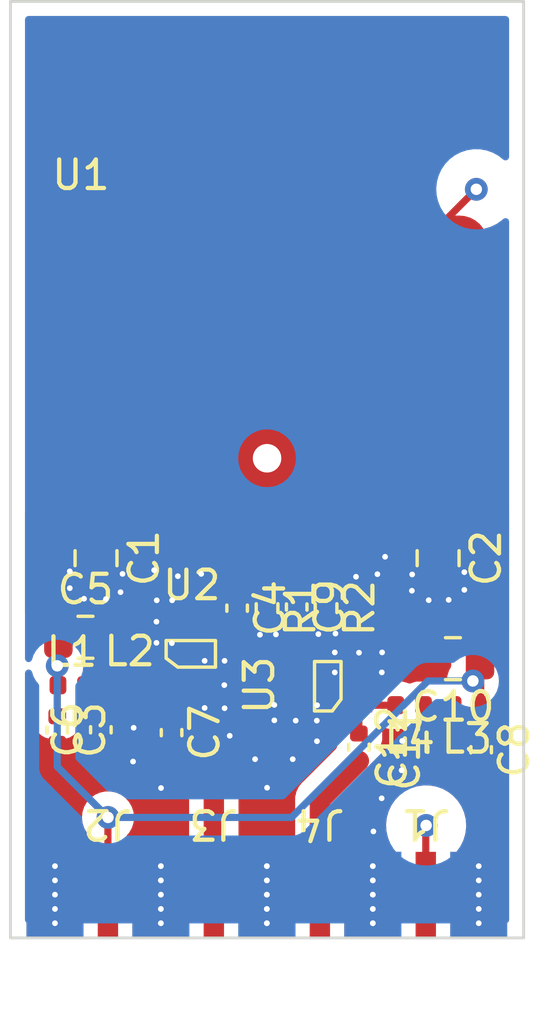
<source format=kicad_pcb>
(kicad_pcb (version 20211014) (generator pcbnew)
  (layers (0 "F.Cu" signal) (1 "In1.Cu" signal) (2 "In2.Cu" signal) (31 "B.Cu" signal) (34 "B.Paste" user) (35 "F.Paste" user) (36 "B.SilkS" user "B.Silkscreen") (37 "F.SilkS" user "F.Silkscreen") (38 "B.Mask" user) (39 "F.Mask" user) (44 "Edge.Cuts" user))
  (net 0 "")
  (net 1 "/Channel_2/In")
  (net 2 "Net-(C4-Pad2)")
  (net 3 "/Channel_1/3-5V")
  (net 4 "GND")
  (net 5 "Net-(C6-Pad2)")
  (net 6 "/Channel_2/Out")
  (net 7 "Net-(C12-Pad1)")
  (net 8 "/Channel_1/Out")
  (net 9 "/Channel_1/In")
  (net 10 "Net-(C7-Pad1)")
  (net 11 "Net-(C9-Pad2)")
  (net 12 "Net-(C11-Pad2)")
  (net 13 "/HV")
  (footprint "Capacitor_SMD:C_0805_2012Metric" (layer "F.Cu") (at -6.37 6.27)
    (fp_text reference "C5" (at 0 -1.68) (layer "F.SilkS"))
    (fp_text value "100n")
    (fp_line (start -0.261252 0.735) (end 0.261252 0.735) (layer "F.SilkS") (width 0.12))
    (fp_line (start -0.261252 -0.735) (end 0.261252 -0.735) (layer "F.SilkS") (width 0.12))
    (pad "1" smd roundrect (at -0.95 0) (size 1 1.45) (layers "F.Cu" "F.Paste" "F.Mask") (net 3 "/Channel_1/3-5V"))
    (pad "2" smd roundrect (at 0.95 0) (size 1 1.45) (layers "F.Cu" "F.Paste" "F.Mask") (net 4 "GND"))
  )
  (footprint "Capacitor_SMD:C_0402_1005Metric" (layer "F.Cu") (at -7.36 9.52 -90)
    (fp_text reference "C3" (at 0 -1.16 90) (layer "F.SilkS"))
    (fp_text value "100p")
    (fp_line (start -0.107836 0.36) (end 0.107836 0.36) (layer "F.SilkS") (width 0.12))
    (fp_line (start -0.107836 -0.36) (end 0.107836 -0.36) (layer "F.SilkS") (width 0.12))
    (pad "1" smd roundrect (at -0.48 0 270) (size 0.56 0.62) (layers "F.Cu" "F.Paste" "F.Mask") (net 3 "/Channel_1/3-5V"))
    (pad "2" smd roundrect (at 0.48 0 270) (size 0.56 0.62) (layers "F.Cu" "F.Paste" "F.Mask") (net 4 "GND"))
  )
  (footprint "chubut:MMM1362" (layer "F.Cu") (at 3.215 8.65 90)
    (fp_text reference "U3" (at 0.7 -3.49 90 unlocked) (layer "F.SilkS"))
    (fp_text value "PSA4-5043+")
    (fp_line (start 1.53 -1.55) (end 1.53 -0.62) (layer "F.SilkS") (width 0.12))
    (fp_line (start -0.2 -1.55) (end 1.53 -1.55) (layer "F.SilkS") (width 0.12))
    (fp_line (start 0.21 -0.62) (end -0.2 -0.93) (layer "F.SilkS") (width 0.12))
    (fp_line (start -0.2 -0.93) (end -0.2 -1.55) (layer "F.SilkS") (width 0.12))
    (fp_line (start 1.53 -0.62) (end 0.21 -0.62) (layer "F.SilkS") (width 0.12))
    (pad "1" smd rect (at 0 0 90) (size 0.5 0.95) (layers "F.Cu" "F.Paste" "F.Mask") (net 7 "Net-(C12-Pad1)"))
    (pad "2" thru_hole circle (at -0.53 -2.96 90) (size 0.45 0.45) (drill 0.2) (layers *.Cu) (net 4 "GND"))
    (pad "2" thru_hole circle (at 0.01 -2.96 90) (size 0.45 0.45) (drill 0.2) (layers *.Cu) (net 4 "GND"))
    (pad "2" thru_hole circle (at 1.84 0.01 90) (size 0.45 0.45) (drill 0.2) (layers *.Cu) (net 4 "GND"))
    (pad "2" thru_hole circle (at 1.85 0.82 90) (size 0.45 0.45) (drill 0.2) (layers *.Cu) (net 4 "GND"))
    (pad "2" thru_hole circle (at 1.85 -0.84 90) (size 0.45 0.45) (drill 0.2) (layers *.Cu) (net 4 "GND"))
    (pad "2" thru_hole circle (at -0.54 -2.21 90) (size 0.45 0.45) (drill 0.2) (layers *.Cu) (net 4 "GND"))
    (pad "2" thru_hole circle (at 0 -1.46 90) (size 0.45 0.45) (drill 0.2) (layers *.Cu) (net 4 "GND"))
    (pad "2" thru_hole circle (at 1.15 0.81 90) (size 0.45 0.45) (drill 0.2) (layers *.Cu) (net 4 "GND"))
    (pad "2" smd custom (at 1.15 0 90) (size 0.8 0.95) (layers "F.Cu") (net 4 "GND") (options (clearance outline) (anchor rect)) (primitives (gr_poly (pts (xy -0.49 -1.51) (xy -0.13 -1.15) (xy 0.93 -1.15) (xy 0.93 1.04) (xy -0.46 1.04) (xy -0.46 -0.84) (xy -0.75 -1.15) (xy -1.91 -1.15) (xy -1.91 -3.19) (xy -0.49 -3.19)) (width 0) (fill yes))))
    (pad "2" smd rect (at 1.15 0 90) (size 0.8 0.95) (layers "F.Cu" "F.Paste" "F.Mask") (net 4 "GND"))
    (pad "2" thru_hole circle (at -0.54 -1.47 90) (size 0.45 0.45) (drill 0.2) (layers *.Cu) (net 4 "GND"))
    (pad "2" thru_hole circle (at 1.15 -0.84 90) (size 0.45 0.45) (drill 0.2) (layers *.Cu) (net 4 "GND"))
    (pad "3" smd rect (at 1.3 -2.2 90) (size 0.5 0.95) (layers "F.Cu" "F.Paste" "F.Mask") (net 11 "Net-(C9-Pad2)"))
    (pad "4" smd rect (at 0 -2.2 90) (size 0.5 0.95) (layers "F.Cu" "F.Paste" "F.Mask") (net 4 "GND"))
  )
  (footprint "Capacitor_SMD:C_0402_1005Metric" (layer "F.Cu") (at 1.04 5.21 -90)
    (fp_text reference "C9" (at 0 -1.16 90) (layer "F.SilkS"))
    (fp_text value "1n")
    (fp_line (start -0.107836 0.36) (end 0.107836 0.36) (layer "F.SilkS") (width 0.12))
    (fp_line (start -0.107836 -0.36) (end 0.107836 -0.36) (layer "F.SilkS") (width 0.12))
    (pad "1" smd roundrect (at -0.48 0 270) (size 0.56 0.62) (layers "F.Cu" "F.Paste" "F.Mask") (net 1 "/Channel_2/In"))
    (pad "2" smd roundrect (at 0.48 0 270) (size 0.56 0.62) (layers "F.Cu" "F.Paste" "F.Mask") (net 11 "Net-(C9-Pad2)"))
  )
  (footprint "Capacitor_SMD:C_0402_1005Metric" (layer "F.Cu") (at 6 10.19 90)
    (fp_text reference "C11" (at 0 -1.16 90) (layer "F.SilkS"))
    (fp_text value "100p")
    (fp_line (start -0.107836 -0.36) (end 0.107836 -0.36) (layer "F.SilkS") (width 0.12))
    (fp_line (start -0.107836 0.36) (end 0.107836 0.36) (layer "F.SilkS") (width 0.12))
    (pad "1" smd roundrect (at -0.48 0 90) (size 0.56 0.62) (layers "F.Cu" "F.Paste" "F.Mask") (net 4 "GND"))
    (pad "2" smd roundrect (at 0.48 0 90) (size 0.56 0.62) (layers "F.Cu" "F.Paste" "F.Mask") (net 12 "Net-(C11-Pad2)"))
  )
  (footprint "Capacitor_SMD:C_0402_1005Metric" (layer "F.Cu") (at 7.51 10.21 -90)
    (fp_text reference "C8" (at 0 -1.16 90) (layer "F.SilkS"))
    (fp_text value "100p")
    (fp_line (start -0.107836 0.36) (end 0.107836 0.36) (layer "F.SilkS") (width 0.12))
    (fp_line (start -0.107836 -0.36) (end 0.107836 -0.36) (layer "F.SilkS") (width 0.12))
    (pad "1" smd roundrect (at -0.48 0 270) (size 0.56 0.62) (layers "F.Cu" "F.Paste" "F.Mask") (net 3 "/Channel_1/3-5V"))
    (pad "2" smd roundrect (at 0.48 0 270) (size 0.56 0.62) (layers "F.Cu" "F.Paste" "F.Mask") (net 4 "GND"))
  )
  (footprint "Capacitor_SMD:C_0805_2012Metric" (layer "F.Cu") (at 6.52 7.02 180)
    (fp_text reference "C10" (at 0 -1.68) (layer "F.SilkS"))
    (fp_text value "100n")
    (fp_line (start -0.261252 0.735) (end 0.261252 0.735) (layer "F.SilkS") (width 0.12))
    (fp_line (start -0.261252 -0.735) (end 0.261252 -0.735) (layer "F.SilkS") (width 0.12))
    (pad "1" smd roundrect (at -0.95 0 180) (size 1 1.45) (layers "F.Cu" "F.Paste" "F.Mask") (net 3 "/Channel_1/3-5V"))
    (pad "2" smd roundrect (at 0.95 0 180) (size 1 1.45) (layers "F.Cu" "F.Paste" "F.Mask") (net 4 "GND"))
  )
  (footprint "chubut:LGAD" (layer "F.Cu") (at 0 0)
    (fp_text reference "U1" (at -6.53 -9.92 unlocked) (layer "F.SilkS"))
    (fp_text value "LGAD_2_pad")
    (pad "" np_thru_hole circle (at 0 0 90) (size 1 1) (drill 1) (layers F&B.Cu))
    (pad "1" smd roundrect (at 0 -3.5) (size 15.5 10) (layers "F.Cu" "F.Mask") (roundrect_rratio 0.1) (net 13 "/HV"))
    (pad "2" smd roundrect (at -3 3) (size 2 2) (layers "F.Cu" "F.Mask") (net 4 "GND"))
    (pad "2" smd roundrect (at 3 3) (size 2 2) (layers "F.Cu" "F.Mask") (net 4 "GND"))
    (pad "3" smd roundrect (at 1 3) (size 1 2) (layers "F.Cu" "F.Mask") (roundrect_rratio 0.5) (net 1 "/Channel_2/In"))
    (pad "4" smd roundrect (at -1 3) (size 1 2) (layers "F.Cu" "F.Mask") (roundrect_rratio 0.5) (net 9 "/Channel_1/In"))
  )
  (footprint "Capacitor_SMD:C_0402_1005Metric" (layer "F.Cu") (at 3.22 10.12 -90)
    (fp_text reference "C12" (at 0 -1.16 90) (layer "F.SilkS"))
    (fp_text value "1n")
    (fp_line (start -0.107836 -0.36) (end 0.107836 -0.36) (layer "F.SilkS") (width 0.12))
    (fp_line (start -0.107836 0.36) (end 0.107836 0.36) (layer "F.SilkS") (width 0.12))
    (pad "1" smd roundrect (at -0.48 0 270) (size 0.56 0.62) (layers "F.Cu" "F.Paste" "F.Mask") (net 7 "Net-(C12-Pad1)"))
    (pad "2" smd roundrect (at 0.48 0 270) (size 0.56 0.62) (layers "F.Cu" "F.Paste" "F.Mask") (net 6 "/Channel_2/Out"))
  )
  (footprint "Capacitor_SMD:C_0402_1005Metric" (layer "F.Cu") (at -1.05 5.25 -90)
    (fp_text reference "C4" (at 0 -1.16 90) (layer "F.SilkS"))
    (fp_text value "1n")
    (fp_line (start -0.107836 -0.36) (end 0.107836 -0.36) (layer "F.SilkS") (width 0.12))
    (fp_line (start -0.107836 0.36) (end 0.107836 0.36) (layer "F.SilkS") (width 0.12))
    (pad "1" smd roundrect (at -0.48 0 270) (size 0.56 0.62) (layers "F.Cu" "F.Paste" "F.Mask") (net 9 "/Channel_1/In"))
    (pad "2" smd roundrect (at 0.48 0 270) (size 0.56 0.62) (layers "F.Cu" "F.Paste" "F.Mask") (net 2 "Net-(C4-Pad2)"))
  )
  (footprint "Capacitor_SMD:C_0402_1005Metric" (layer "F.Cu") (at -3.35 9.61 -90)
    (fp_text reference "C7" (at 0 -1.16 90) (layer "F.SilkS"))
    (fp_text value "1n")
    (fp_line (start -0.107836 -0.36) (end 0.107836 -0.36) (layer "F.SilkS") (width 0.12))
    (fp_line (start -0.107836 0.36) (end 0.107836 0.36) (layer "F.SilkS") (width 0.12))
    (pad "1" smd roundrect (at -0.48 0 270) (size 0.56 0.62) (layers "F.Cu" "F.Paste" "F.Mask") (net 10 "Net-(C7-Pad1)"))
    (pad "2" smd roundrect (at 0.48 0 270) (size 0.56 0.62) (layers "F.Cu" "F.Paste" "F.Mask") (net 8 "/Channel_1/Out"))
  )
  (footprint "Inductor_SMD:L_0402_1005Metric" (layer "F.Cu") (at -6.85 7.95)
    (fp_text reference "L1" (at 0 -1.17) (layer "F.SilkS"))
    (fp_text value "L")
    (pad "1" smd roundrect (at -0.485 0) (size 0.59 0.64) (layers "F.Cu" "F.Paste" "F.Mask") (net 3 "/Channel_1/3-5V"))
    (pad "2" smd roundrect (at 0.485 0) (size 0.59 0.64) (layers "F.Cu" "F.Paste" "F.Mask") (net 5 "Net-(C6-Pad2)"))
  )
  (footprint "Inductor_SMD:L_0402_1005Metric" (layer "F.Cu") (at 7.01 8.65 180)
    (fp_text reference "L3" (at 0 -1.17) (layer "F.SilkS"))
    (fp_text value "L")
    (pad "1" smd roundrect (at -0.485 0 180) (size 0.59 0.64) (layers "F.Cu" "F.Paste" "F.Mask") (net 3 "/Channel_1/3-5V"))
    (pad "2" smd roundrect (at 0.485 0 180) (size 0.59 0.64) (layers "F.Cu" "F.Paste" "F.Mask") (net 12 "Net-(C11-Pad2)"))
  )
  (footprint "Resistor_SMD:R_0402_1005Metric" (layer "F.Cu") (at 0 5.25 -90)
    (fp_text reference "R1" (at 0 -1.17 90) (layer "F.SilkS"))
    (fp_text value "10k")
    (fp_line (start -0.153641 -0.38) (end 0.153641 -0.38) (layer "F.SilkS") (width 0.12))
    (fp_line (start -0.153641 0.38) (end 0.153641 0.38) (layer "F.SilkS") (width 0.12))
    (pad "1" smd roundrect (at -0.51 0 270) (size 0.54 0.64) (layers "F.Cu" "F.Paste" "F.Mask") (net 9 "/Channel_1/In"))
    (pad "2" smd roundrect (at 0.51 0 270) (size 0.54 0.64) (layers "F.Cu" "F.Paste" "F.Mask") (net 4 "GND"))
  )
  (footprint "chubut:hand_soldered_50Ohm_edge_connector" (layer "F.Cu") (at -5.582483 16.785 180)
    (fp_text reference "J2" (at 0 3.97 180 unlocked) (layer "F.SilkS"))
    (fp_text value "3-5V")
    (pad "1" smd rect (at 0 1.5 180) (size 0.714966 3) (layers "F.Cu" "F.Mask") (net 3 "/Channel_1/3-5V"))
    (pad "2" thru_hole rect (at -1.857483 1.5 180) (size 2 3) (drill 0.2) (layers *.Cu "F.Mask") (net 4 "GND"))
    (pad "2" thru_hole circle (at -1.857483 2 180) (size 0.5 0.5) (drill 0.2) (layers *.Cu) (net 4 "GND"))
    (pad "2" thru_hole rect (at 1.857483 1.5 180) (size 2 3) (drill 0.2) (layers *.Cu "F.Mask") (net 4 "GND"))
    (pad "2" thru_hole circle (at 1.857483 2.5 180) (size 0.5 0.5) (drill 0.2) (layers *.Cu) (net 4 "GND"))
    (pad "2" thru_hole circle (at -1.857483 0.5 180) (size 0.5 0.5) (drill 0.2) (layers *.Cu) (net 4 "GND"))
    (pad "2" thru_hole circle (at 1.857483 0.5 180) (size 0.5 0.5) (drill 0.2) (layers *.Cu) (net 4 "GND"))
    (pad "2" thru_hole circle (at -1.857483 1 180) (size 0.5 0.5) (drill 0.2) (layers *.Cu) (net 4 "GND"))
    (pad "2" thru_hole circle (at 1.857483 1 180) (size 0.5 0.5) (drill 0.2) (layers *.Cu) (net 4 "GND"))
    (pad "2" thru_hole circle (at -1.857483 2.5 180) (size 0.5 0.5) (drill 0.2) (layers *.Cu) (net 4 "GND"))
    (pad "2" thru_hole circle (at 1.857483 2 180) (size 0.5 0.5) (drill 0.2) (layers *.Cu) (net 4 "GND"))
  )
  (footprint "chubut:hand_soldered_50Ohm_edge_connector" (layer "F.Cu") (at -1.867517 16.785 180)
    (fp_text reference "J3" (at 0 3.97 180 unlocked) (layer "F.SilkS"))
    (fp_text value "Out 1")
    (pad "1" smd rect (at 0 1.5 180) (size 0.714966 3) (layers "F.Cu" "F.Mask") (net 8 "/Channel_1/Out"))
    (pad "2" thru_hole circle (at 1.857483 0.5 180) (size 0.5 0.5) (drill 0.2) (layers *.Cu) (net 4 "GND"))
    (pad "2" thru_hole circle (at -1.857483 2 180) (size 0.5 0.5) (drill 0.2) (layers *.Cu) (net 4 "GND"))
    (pad "2" thru_hole circle (at 1.857483 2.5 180) (size 0.5 0.5) (drill 0.2) (layers *.Cu) (net 4 "GND"))
    (pad "2" thru_hole rect (at -1.857483 1.5 180) (size 2 3) (drill 0.2) (layers *.Cu "F.Mask") (net 4 "GND"))
    (pad "2" thru_hole circle (at -1.857483 0.5 180) (size 0.5 0.5) (drill 0.2) (layers *.Cu) (net 4 "GND"))
    (pad "2" thru_hole circle (at -1.857483 1 180) (size 0.5 0.5) (drill 0.2) (layers *.Cu) (net 4 "GND"))
    (pad "2" thru_hole circle (at -1.857483 2.5 180) (size 0.5 0.5) (drill 0.2) (layers *.Cu) (net 4 "GND"))
    (pad "2" thru_hole rect (at 1.857483 1.5 180) (size 2 3) (drill 0.2) (layers *.Cu "F.Mask") (net 4 "GND"))
    (pad "2" thru_hole circle (at 1.857483 2 180) (size 0.5 0.5) (drill 0.2) (layers *.Cu) (net 4 "GND"))
    (pad "2" thru_hole circle (at 1.857483 1 180) (size 0.5 0.5) (drill 0.2) (layers *.Cu) (net 4 "GND"))
  )
  (footprint "chubut:MMM1362" (layer "F.Cu") (at -3.34 7.935)
    (fp_text reference "U2" (at 0.7 -3.49 unlocked) (layer "F.SilkS"))
    (fp_text value "PSA4-5043+")
    (fp_line (start -0.2 -1.55) (end 1.53 -1.55) (layer "F.SilkS") (width 0.12))
    (fp_line (start 1.53 -0.62) (end 0.21 -0.62) (layer "F.SilkS") (width 0.12))
    (fp_line (start 1.53 -1.55) (end 1.53 -0.62) (layer "F.SilkS") (width 0.12))
    (fp_line (start 0.21 -0.62) (end -0.2 -0.93) (layer "F.SilkS") (width 0.12))
    (fp_line (start -0.2 -0.93) (end -0.2 -1.55) (layer "F.SilkS") (width 0.12))
    (pad "1" smd rect (at 0 0) (size 0.5 0.95) (layers "F.Cu" "F.Paste" "F.Mask") (net 10 "Net-(C7-Pad1)"))
    (pad "2" thru_hole circle (at -0.53 -2.96) (size 0.45 0.45) (drill 0.2) (layers *.Cu) (net 4 "GND"))
    (pad "2" thru_hole circle (at 0 -1.46) (size 0.45 0.45) (drill 0.2) (layers *.Cu) (net 4 "GND"))
    (pad "2" thru_hole circle (at 1.85 0.82) (size 0.45 0.45) (drill 0.2) (layers *.Cu) (net 4 "GND"))
    (pad "2" thru_hole circle (at 1.84 0.01) (size 0.45 0.45) (drill 0.2) (layers *.Cu) (net 4 "GND"))
    (pad "2" thru_hole circle (at 0.01 -2.96) (size 0.45 0.45) (drill 0.2) (layers *.Cu) (net 4 "GND"))
    (pad "2" smd rect (at 1.15 0) (size 0.8 0.95) (layers "F.Cu" "F.Paste" "F.Mask") (net 4 "GND"))
    (pad "2" thru_hole circle (at 1.15 0.81) (size 0.45 0.45) (drill 0.2) (layers *.Cu) (net 4 "GND"))
    (pad "2" thru_hole circle (at -0.54 -1.47) (size 0.45 0.45) (drill 0.2) (layers *.Cu) (net 4 "GND"))
    (pad "2" thru_hole circle (at -0.54 -2.21) (size 0.45 0.45) (drill 0.2) (layers *.Cu) (net 4 "GND"))
    (pad "2" thru_hole circle (at 1.15 -0.84) (size 0.45 0.45) (drill 0.2) (layers *.Cu) (net 4 "GND"))
    (pad "2" thru_hole circle (at 1.85 -0.84) (size 0.45 0.45) (drill 0.2) (layers *.Cu) (net 4 "GND"))
    (pad "2" smd custom (at 1.15 0) (size 0.8 0.95) (layers "F.Cu") (net 4 "GND") (options (clearance outline) (anchor rect)) (primitives (gr_poly (pts (xy -0.49 -1.51) (xy -0.13 -1.15) (xy 0.93 -1.15) (xy 0.93 1.04) (xy -0.46 1.04) (xy -0.46 -0.84) (xy -0.75 -1.15) (xy -1.91 -1.15) (xy -1.91 -3.19) (xy -0.49 -3.19)) (width 0) (fill yes))))
    (pad "3" smd rect (at 1.3 -2.2) (size 0.5 0.95) (layers "F.Cu" "F.Paste" "F.Mask") (net 2 "Net-(C4-Pad2)"))
    (pad "4" smd rect (at 0 -2.2) (size 0.5 0.95) (layers "F.Cu" "F.Paste" "F.Mask") (net 4 "GND"))
  )
  (footprint "chubut:hand_soldered_50Ohm_edge_connector" (layer "F.Cu") (at 5.567517 16.785 180)
    (fp_text reference "J1" (at 0 3.97 180 unlocked) (layer "F.SilkS"))
    (fp_text value "HV")
    (pad "1" smd rect (at 0 1.5 180) (size 0.714966 3) (layers "F.Cu" "F.Mask") (net 13 "/HV"))
    (pad "2" thru_hole circle (at -1.857483 1 180) (size 0.5 0.5) (drill 0.2) (layers *.Cu) (net 4 "GND"))
    (pad "2" thru_hole circle (at -1.857483 2.5 180) (size 0.5 0.5) (drill 0.2) (layers *.Cu) (net 4 "GND"))
    (pad "2" thru_hole rect (at 1.857483 1.5 180) (size 2 3) (drill 0.2) (layers *.Cu "F.Mask") (net 4 "GND"))
    (pad "2" thru_hole circle (at 1.857483 1 180) (size 0.5 0.5) (drill 0.2) (layers *.Cu) (net 4 "GND"))
    (pad "2" thru_hole circle (at 1.857483 2.5 180) (size 0.5 0.5) (drill 0.2) (layers *.Cu) (net 4 "GND"))
    (pad "2" thru_hole circle (at 1.857483 0.5 180) (size 0.5 0.5) (drill 0.2) (layers *.Cu) (net 4 "GND"))
    (pad "2" thru_hole circle (at -1.857483 2 180) (size 0.5 0.5) (drill 0.2) (layers *.Cu) (net 4 "GND"))
    (pad "2" thru_hole rect (at -1.857483 1.5 180) (size 2 3) (drill 0.2) (layers *.Cu "F.Mask") (net 4 "GND"))
    (pad "2" thru_hole circle (at -1.857483 0.5 180) (size 0.5 0.5) (drill 0.2) (layers *.Cu) (net 4 "GND"))
    (pad "2" thru_hole circle (at 1.857483 2 180) (size 0.5 0.5) (drill 0.2) (layers *.Cu) (net 4 "GND"))
  )
  (footprint "Resistor_SMD:R_0402_1005Metric" (layer "F.Cu") (at 2.07 5.25 -90)
    (fp_text reference "R2" (at 0 -1.17 90) (layer "F.SilkS"))
    (fp_text value "10k")
    (fp_line (start -0.153641 0.38) (end 0.153641 0.38) (layer "F.SilkS") (width 0.12))
    (fp_line (start -0.153641 -0.38) (end 0.153641 -0.38) (layer "F.SilkS") (width 0.12))
    (pad "1" smd roundrect (at -0.51 0 270) (size 0.54 0.64) (layers "F.Cu" "F.Paste" "F.Mask") (net 1 "/Channel_2/In"))
    (pad "2" smd roundrect (at 0.51 0 270) (size 0.54 0.64) (layers "F.Cu" "F.Paste" "F.Mask") (net 4 "GND"))
  )
  (footprint "Capacitor_SMD:C_0805_2012Metric" (layer "F.Cu") (at 6 3.5 -90)
    (fp_text reference "C2" (at 0 -1.68 90) (layer "F.SilkS"))
    (fp_text value "820p")
    (fp_line (start -0.261252 -0.735) (end 0.261252 -0.735) (layer "F.SilkS") (width 0.12))
    (fp_line (start -0.261252 0.735) (end 0.261252 0.735) (layer "F.SilkS") (width 0.12))
    (pad "1" smd roundrect (at -0.95 0 270) (size 1 1.45) (layers "F.Cu" "F.Paste" "F.Mask") (net 13 "/HV"))
    (pad "2" smd roundrect (at 0.95 0 270) (size 1 1.45) (layers "F.Cu" "F.Paste" "F.Mask") (net 4 "GND"))
  )
  (footprint "Capacitor_SMD:C_0805_2012Metric" (layer "F.Cu") (at -6 3.5 -90)
    (fp_text reference "C1" (at 0 -1.68 90) (layer "F.SilkS"))
    (fp_text value "820p")
    (fp_line (start -0.261252 0.735) (end 0.261252 0.735) (layer "F.SilkS") (width 0.12))
    (fp_line (start -0.261252 -0.735) (end 0.261252 -0.735) (layer "F.SilkS") (width 0.12))
    (pad "1" smd roundrect (at -0.95 0 270) (size 1 1.45) (layers "F.Cu" "F.Paste" "F.Mask") (net 13 "/HV"))
    (pad "2" smd roundrect (at 0.95 0 270) (size 1 1.45) (layers "F.Cu" "F.Paste" "F.Mask") (net 4 "GND"))
  )
  (footprint "chubut:hand_soldered_50Ohm_edge_connector" (layer "F.Cu") (at 1.852483 16.785 180)
    (fp_text reference "J4" (at 0 3.97 180 unlocked) (layer "F.SilkS"))
    (fp_text value "Out 2")
    (pad "1" smd rect (at 0 1.5 180) (size 0.714966 3) (layers "F.Cu" "F.Mask") (net 6 "/Channel_2/Out"))
    (pad "2" thru_hole rect (at -1.857483 1.5 180) (size 2 3) (drill 0.2) (layers *.Cu "F.Mask") (net 4 "GND"))
    (pad "2" thru_hole circle (at -1.857483 1 180) (size 0.5 0.5) (drill 0.2) (layers *.Cu) (net 4 "GND"))
    (pad "2" thru_hole rect (at 1.857483 1.5 180) (size 2 3) (drill 0.2) (layers *.Cu "F.Mask") (net 4 "GND"))
    (pad "2" thru_hole circle (at 1.857483 2 180) (size 0.5 0.5) (drill 0.2) (layers *.Cu) (net 4 "GND"))
    (pad "2" thru_hole circle (at 1.857483 2.5 180) (size 0.5 0.5) (drill 0.2) (layers *.Cu) (net 4 "GND"))
    (pad "2" thru_hole circle (at 1.857483 1 180) (size 0.5 0.5) (drill 0.2) (layers *.Cu) (net 4 "GND"))
    (pad "2" thru_hole circle (at -1.857483 2.5 180) (size 0.5 0.5) (drill 0.2) (layers *.Cu) (net 4 "GND"))
    (pad "2" thru_hole circle (at -1.857483 2 180) (size 0.5 0.5) (drill 0.2) (layers *.Cu) (net 4 "GND"))
    (pad "2" thru_hole circle (at -1.857483 0.5 180) (size 0.5 0.5) (drill 0.2) (layers *.Cu) (net 4 "GND"))
    (pad "2" thru_hole circle (at 1.857483 0.5 180) (size 0.5 0.5) (drill 0.2) (layers *.Cu) (net 4 "GND"))
  )
  (footprint "Inductor_SMD:L_0402_1005Metric" (layer "F.Cu") (at -4.82 7.93)
    (fp_text reference "L2" (at 0 -1.17) (layer "F.SilkS"))
    (fp_text value "L")
    (pad "1" smd roundrect (at -0.485 0) (size 0.59 0.64) (layers "F.Cu" "F.Paste" "F.Mask") (net 5 "Net-(C6-Pad2)"))
    (pad "2" smd roundrect (at 0.485 0) (size 0.59 0.64) (layers "F.Cu" "F.Paste" "F.Mask") (net 10 "Net-(C7-Pad1)"))
  )
  (footprint "Capacitor_SMD:C_0402_1005Metric" (layer "F.Cu") (at -5.83 9.51 90)
    (fp_text reference "C6" (at 0 -1.16 90) (layer "F.SilkS"))
    (fp_text value "100p")
    (fp_line (start -0.107836 -0.36) (end 0.107836 -0.36) (layer "F.SilkS") (width 0.12))
    (fp_line (start -0.107836 0.36) (end 0.107836 0.36) (layer "F.SilkS") (width 0.12))
    (pad "1" smd roundrect (at -0.48 0 90) (size 0.56 0.62) (layers "F.Cu" "F.Paste" "F.Mask") (net 4 "GND"))
    (pad "2" smd roundrect (at 0.48 0 90) (size 0.56 0.62) (layers "F.Cu" "F.Paste" "F.Mask") (net 5 "Net-(C6-Pad2)"))
  )
  (footprint "Inductor_SMD:L_0402_1005Metric" (layer "F.Cu") (at 5 8.65 180)
    (fp_text reference "L4" (at 0 -1.17) (layer "F.SilkS"))
    (fp_text value "L")
    (pad "1" smd roundrect (at -0.485 0 180) (size 0.59 0.64) (layers "F.Cu" "F.Paste" "F.Mask") (net 12 "Net-(C11-Pad2)"))
    (pad "2" smd roundrect (at 0.485 0 180) (size 0.59 0.64) (layers "F.Cu" "F.Paste" "F.Mask") (net 7 "Net-(C12-Pad1)"))
  )
  (gr_rect (start -9 16.8) (end 9 -16) (layer "Edge.Cuts") (width 0.1) (fill none))
  (segment (start 1 4.74) (end 1.01 4.75) (width 0.25) (layer "F.Cu") (net 1))
  (segment (start 1 3) (end 1 4.74) (width 0.25) (layer "F.Cu") (net 1))
  (segment (start 1.01 4.75) (end 2.06 4.75) (width 0.25) (layer "F.Cu") (net 1))
  (segment (start 2.06 4.75) (end 2.07 4.74) (width 0.25) (layer "F.Cu") (net 1))
  (segment (start -1 5.73) (end -2.035 5.73) (width 0.25) (layer "F.Cu") (net 2))
  (segment (start -2.035 5.73) (end -2.04 5.735) (width 0.25) (layer "F.Cu") (net 2))
  (segment (start -7.335 6.285) (end -7.32 6.27) (width 0.25) (layer "F.Cu") (net 3))
  (segment (start -7.335 7.95) (end -7.335 6.285) (width 0.25) (layer "F.Cu") (net 3))
  (segment (start -7.36 7.27) (end -7.36 6.31) (width 0.25) (layer "F.Cu") (net 3))
  (segment (start 7.495 8.65) (end 7.495 7.045) (width 0.25) (layer "F.Cu") (net 3))
  (segment (start 7.51 9.73) (end 7.51 8.665) (width 0.25) (layer "F.Cu") (net 3))
  (segment (start 7.47 7.55) (end 7.47 7.02) (width 0.25) (layer "F.Cu") (net 3))
  (segment (start -7.36 7.975) (end -7.335 7.95) (width 0.25) (layer "F.Cu") (net 3))
  (segment (start 7.22 7.8) (end 7.47 7.55) (width 0.25) (layer "F.Cu") (net 3))
  (segment (start 7.51 8.665) (end 7.495 8.65) (width 0.25) (layer "F.Cu") (net 3))
  (segment (start -7.36 9.04) (end -7.36 7.975) (width 0.25) (layer "F.Cu") (net 3))
  (segment (start 7.495 7.045) (end 7.47 7.02) (width 0.25) (layer "F.Cu") (net 3))
  (segment (start -7.36 6.31) (end -7.32 6.27) (width 0.25) (layer "F.Cu") (net 3))
  (segment (start -5.582483 15.285) (end -5.582483 12.582483) (width 0.25) (layer "F.Cu") (net 3))
  (segment (start -5.582483 12.582483) (end -5.58 12.58) (width 0.25) (layer "F.Cu") (net 3))
  (via (at 7.22 7.8) (size 0.8) (drill 0.4) (layers "F.Cu" "B.Cu") (net 3))
  (via (at -5.58 12.58) (size 0.8) (drill 0.4) (layers "F.Cu" "B.Cu") (net 3))
  (via (at -7.36 7.27) (size 0.8) (drill 0.4) (layers "F.Cu" "B.Cu") (net 3))
  (segment (start -5.58 12.58) (end -7.36 10.8) (width 0.25) (layer "B.Cu") (net 3))
  (segment (start -7.36 10.8) (end -7.36 7.27) (width 0.25) (layer "B.Cu") (net 3))
  (segment (start 4.51 8.93) (end 5.64 7.8) (width 0.25) (layer "B.Cu") (net 3))
  (segment (start 0.86 12.58) (end 4.51 8.93) (width 0.25) (layer "B.Cu") (net 3))
  (segment (start -5.58 12.58) (end 0.86 12.58) (width 0.25) (layer "B.Cu") (net 3))
  (segment (start 5.64 7.8) (end 7.22 7.8) (width 0.25) (layer "B.Cu") (net 3))
  (via (at 5.09 4.07) (size 0.45) (drill 0.2) (layers "F.Cu" "B.Cu") (net 4))
  (via (at 4.74 9.9) (size 0.45) (drill 0.2) (layers "F.Cu" "B.Cu") (net 4))
  (via (at -4.68 9.44) (size 0.45) (drill 0.2) (layers "F.Cu" "B.Cu") (net 4))
  (via (at -4.700914 10.622281) (size 0.45) (drill 0.2) (layers "F.Cu" "B.Cu") (net 4))
  (via (at 3.87 4.06) (size 0.45) (drill 0.2) (layers "F.Cu" "B.Cu") (net 4))
  (via (at -5.07 4.05) (size 0.45) (drill 0.2) (layers "F.Cu" "B.Cu") (net 4))
  (via (at -1.31 9.72) (size 0.45) (drill 0.2) (layers "F.Cu" "B.Cu") (net 4))
  (via (at 5.67 4.97) (size 0.45) (drill 0.2) (layers "F.Cu" "B.Cu") (net 4))
  (via (at -5.14 4.69) (size 0.45) (drill 0.2) (layers "F.Cu" "B.Cu") (net 4))
  (via (at -2.31 4.05) (size 0.45) (drill 0.2) (layers "F.Cu" "B.Cu") (net 4))
  (via (at 1.8 6.16) (size 0.45) (drill 0.2) (layers "F.Cu" "B.Cu") (net 4))
  (via (at 3.73 13.07) (size 0.45) (drill 0.2) (layers "F.Cu" "B.Cu") (net 4))
  (via (at 2.4 6.14) (size 0.45) (drill 0.2) (layers "F.Cu" "B.Cu") (net 4))
  (via (at 5.08 4.64) (size 0.45) (drill 0.2) (layers "F.Cu" "B.Cu") (net 4))
  (via (at 6.37 4.96) (size 0.45) (drill 0.2) (layers "F.Cu" "B.Cu") (net 4))
  (via (at 4.72 10.93) (size 0.45) (drill 0.2) (layers "F.Cu" "B.Cu") (net 4))
  (via (at -3.72 11.55) (size 0.45) (drill 0.2) (layers "F.Cu" "B.Cu") (net 4))
  (via (at -0.25 6.18) (size 0.45) (drill 0.2) (layers "F.Cu" "B.Cu") (net 4))
  (via (at 4.14 3.45) (size 0.45) (drill 0.2) (layers "F.Cu" "B.Cu") (net 4))
  (via (at -6.42 4.92) (size 0.45) (drill 0.2) (layers "F.Cu" "B.Cu") (net 4))
  (via (at 4.02 11.91) (size 0.45) (drill 0.2) (layers "F.Cu" "B.Cu") (net 4))
  (via (at 6.92 3.99) (size 0.45) (drill 0.2) (layers "F.Cu" "B.Cu") (net 4))
  (via (at -5.65 4.93) (size 0.45) (drill 0.2) (layers "F.Cu" "B.Cu") (net 4))
  (via (at 0 11.54) (size 0.45) (drill 0.2) (layers "F.Cu" "B.Cu") (net 4))
  (via (at -6.92 3.96) (size 0.45) (drill 0.2) (layers "F.Cu" "B.Cu") (net 4))
  (via (at 0.9 10.54) (size 0.45) (drill 0.2) (layers "F.Cu" "B.Cu") (net 4))
  (via (at -3.96 3.92) (size 0.45) (drill 0.2) (layers "F.Cu" "B.Cu") (net 4))
  (via (at -6.92 4.55) (size 0.45) (drill 0.2) (layers "F.Cu" "B.Cu") (net 4))
  (via (at 0.31 6.17) (size 0.45) (drill 0.2) (layers "F.Cu" "B.Cu") (net 4))
  (via (at -0.42 10.54) (size 0.45) (drill 0.2) (layers "F.Cu" "B.Cu") (net 4))
  (via (at 3.12 4.15) (size 0.45) (drill 0.2) (layers "F.Cu" "B.Cu") (net 4))
  (via (at 1.75 9.91) (size 0.45) (drill 0.2) (layers "F.Cu" "B.Cu") (net 4))
  (via (at 6.92 4.61) (size 0.45) (drill 0.2) (layers "F.Cu" "B.Cu") (net 4))
  (via (at -3.13 4.13) (size 0.45) (drill 0.2) (layers "F.Cu" "B.Cu") (net 4))
  (segment (start -5.8 7.93) (end -6.345 7.93) (width 0.25) (layer "F.Cu") (net 5))
  (segment (start -5.83 7.96) (end -5.8 7.93) (width 0.25) (layer "F.Cu") (net 5))
  (segment (start -5.83 9.03) (end -5.83 7.96) (width 0.25) (layer "F.Cu") (net 5))
  (segment (start -5.305 7.93) (end -5.8 7.93) (width 0.25) (layer "F.Cu") (net 5))
  (segment (start -6.345 7.93) (end -6.365 7.95) (width 0.25) (layer "F.Cu") (net 5))
  (segment (start 1.852483 15.285) (end 1.852483 11.967517) (width 0.714966) (layer "F.Cu") (net 6))
  (segment (start 1.852483 11.967517) (end 3.22 10.6) (width 0.714966) (layer "F.Cu") (net 6))
  (segment (start 3.22 8.655) (end 3.215 8.65) (width 0.25) (layer "F.Cu") (net 7))
  (segment (start 3.22 9.58) (end 3.22 8.655) (width 0.25) (layer "F.Cu") (net 7))
  (segment (start 3.215 8.65) (end 4.515 8.65) (width 0.25) (layer "F.Cu") (net 7))
  (segment (start -1.867517 15.285) (end -1.867517 11.572483) (width 0.714966) (layer "F.Cu") (net 8))
  (segment (start -1.867517 11.572483) (end -3.35 10.09) (width 0.714966) (layer "F.Cu") (net 8))
  (segment (start -1 3) (end -1 4.77) (width 0.25) (layer "F.Cu") (net 9))
  (segment (start -0.03 4.77) (end 0 4.74) (width 0.25) (layer "F.Cu") (net 9))
  (segment (start -1 4.77) (end -0.03 4.77) (width 0.25) (layer "F.Cu") (net 9))
  (segment (start -4.33 7.935) (end -4.335 7.93) (width 0.25) (layer "F.Cu") (net 10))
  (segment (start -3.34 9.09) (end -3.34 7.935) (width 0.25) (layer "F.Cu") (net 10))
  (segment (start -3.34 7.935) (end -4.33 7.935) (width 0.25) (layer "F.Cu") (net 10))
  (segment (start 1.01 7.345) (end 1.015 7.35) (width 0.25) (layer "F.Cu") (net 11))
  (segment (start 1.01 5.71) (end 1.01 7.345) (width 0.25) (layer "F.Cu") (net 11))
  (segment (start 6.05 8.65) (end 6.525 8.65) (width 0.25) (layer "F.Cu") (net 12))
  (segment (start 6 9.71) (end 6 8.7) (width 0.25) (layer "F.Cu") (net 12))
  (segment (start 6 8.7) (end 6.05 8.65) (width 0.25) (layer "F.Cu") (net 12))
  (segment (start 5.485 8.65) (end 6.05 8.65) (width 0.25) (layer "F.Cu") (net 12))
  (segment (start -5.85 2.35) (end 0 -3.5) (width 1) (layer "F.Cu") (net 13))
  (segment (start -6 2.35) (end -5.85 2.35) (width 0.25) (layer "F.Cu") (net 13))
  (segment (start 5.567517 15.285) (end 5.567517 12.872483) (width 0.25) (layer "F.Cu") (net 13))
  (segment (start 7.34 -9.42) (end 1.42 -3.5) (width 0.25) (layer "F.Cu") (net 13))
  (segment (start 6 2.35) (end 5.85 2.35) (width 0.25) (layer "F.Cu") (net 13))
  (segment (start 1.42 -3.5) (end 0 -3.5) (width 0.25) (layer "F.Cu") (net 13))
  (segment (start 5.85 2.35) (end 0 -3.5) (width 1) (layer "F.Cu") (net 13))
  (segment (start 5.567517 12.872483) (end 5.58 12.86) (width 0.25) (layer "F.Cu") (net 13))
  (via (at 7.34 -9.42) (size 0.8) (drill 0.4) (layers "F.Cu" "B.Cu") (net 13))
  (via (at 5.58 12.86) (size 0.8) (drill 0.4) (layers "F.Cu" "B.Cu") (net 13))
  (zone (net 4) (net_name "GND") (layers "F.Cu" "In1.Cu" "In2.Cu" "B.Cu") (connect_pads yes (clearance 0.508)) (min_thickness 0.254) (fill yes (thermal_gap 0.508) (thermal_bridge_width 0.508))
    (polygon (pts (xy 9 16.8) (xy -9 16.8) (xy -9 -16) (xy 9 -16)))
  )
)
</source>
